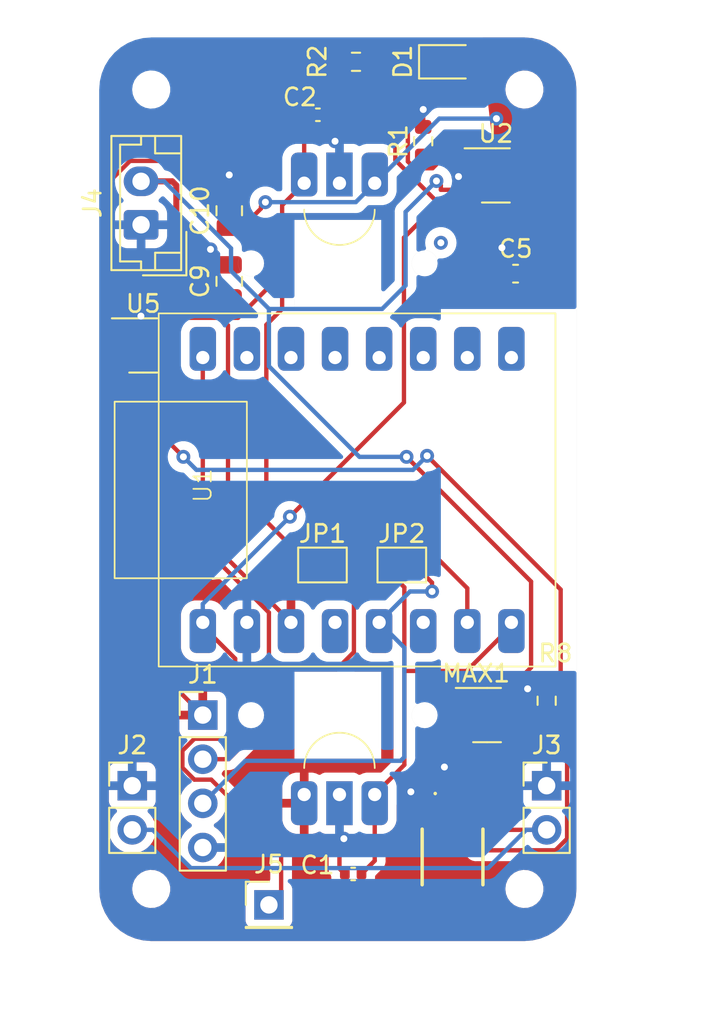
<source format=kicad_pcb>
(kicad_pcb (version 20221018) (generator pcbnew)
  (layers (0 "F.Cu" signal) (31 "B.Cu" signal) (34 "B.Paste" user) (35 "F.Paste" user) (36 "B.SilkS" user "B.Silkscreen") (37 "F.SilkS" user "F.Silkscreen") (38 "B.Mask" user) (39 "F.Mask" user) (44 "Edge.Cuts" user))
  (net 0 "")
  (net 1 "+3V3")
  (net 2 "hall_1")
  (net 3 "hall_0")
  (net 5 "GND")
  (net 11 "+5V")
  (net 12 "ADC3")
  (net 13 "ADC2")
  (net 14 "SCL")
  (net 15 "SDA")
  (net 16 "Net-(D1-K)")
  (net 17 "+3V8")
  (net 18 "Net-(D1-A)")
  (net 19 "Net-(U2-PROG)")
  (net 20 "RMT-BTN")
  (net 21 "Net-(MAX1-CLEAR)")
  (net 23 "LDO_EN")
  (footprint "Connector_PinHeader_2.54mm:PinHeader_1x01_P2.54mm_Vertical" (layer "F.Cu") (at 218.694 141.478)
    (fp_text reference "J5")
    (fp_text value "Conn_01x01_Pin" hide)
  )
  (footprint "Resistor_SMD:R_0603_1608Metric" (layer "F.Cu") (at 223.711 92.964)
    (fp_text reference "R2")
    (fp_text value "150")
  )
  (footprint "OpenMuscleDevKit:Hall49E" (layer "F.Cu") (at 222.758 99.949 180)
    (fp_text reference "H1" hide)
    (fp_text value "A1369xUA-10" hide)
  )
  (footprint "Package_TO_SOT_SMD:SOT-23-5" (layer "F.Cu") (at 211.4495 109.286)
    (fp_text reference "U5")
    (fp_text value "TPS7A03")
  )
  (footprint "Jumper:SolderJumper-2_P1.3mm_Open_TrianglePad1.0x1.5mm" (layer "F.Cu") (at 221.779 121.92)
    (fp_text reference "JP1")
    (fp_text value "SolderJumper_2_Open" hide)
  )
  (footprint "Package_TO_SOT_SMD:TSOT-23-5" (layer "F.Cu") (at 231.7695 99.502)
    (fp_text reference "U2")
    (fp_text value "LTC4054ES5-4.2")
  )
  (footprint "Connector_PinHeader_2.54mm:PinHeader_1x02_P2.54mm_Vertical" (layer "F.Cu") (at 234.696 134.62)
    (fp_text reference "J3")
    (fp_text value "Conn_01x02_Pin" hide)
  )
  (footprint "Capacitor_SMD:C_0402_1005Metric" (layer "F.Cu") (at 223.548 139.7)
    (fp_text reference "C1")
    (fp_text value "100 nF")
  )
  (footprint "OpenMuscleDevKit:Hall49E" (layer "F.Cu") (at 222.758 135.128)
    (fp_text reference "H0" hide)
    (fp_text value "A1369xUA-10" hide)
  )
  (footprint "Capacitor_SMD:C_0402_1005Metric" (layer "F.Cu") (at 221.516 96.012 180)
    (fp_text reference "C2")
    (fp_text value "100 nF")
  )
  (footprint "Jumper:SolderJumper-2_P1.3mm_Open_TrianglePad1.0x1.5mm" (layer "F.Cu") (at 226.351 121.92)
    (fp_text reference "JP2")
    (fp_text value "SolderJumper_2_Open" hide)
  )
  (footprint "Capacitor_SMD:C_0805_2012Metric" (layer "F.Cu") (at 216.408 105.598 90)
    (fp_text reference "C9")
    (fp_text value "4.7uF")
  )
  (footprint "Connector_PinHeader_2.54mm:PinHeader_1x04_P2.54mm_Vertical" (layer "F.Cu") (at 214.884 130.556)
    (fp_text reference "J1")
    (fp_text value "Conn_01x04_Pin" hide)
  )
  (footprint "LED_SMD:LED_0805_2012Metric" (layer "F.Cu") (at 229.0295 92.964)
    (fp_text reference "D1")
    (fp_text value "LED GREEN" hide)
  )
  (footprint "Resistor_SMD:R_0603_1608Metric" (layer "F.Cu") (at 227.584 97.536 90)
    (fp_text reference "R1")
    (fp_text value "2.7k")
  )
  (footprint "OpenMuscleDevKit:ESP32-C3-Super Mini" (layer "F.Cu") (at 214.884 117.602 90)
    (fp_text reference "U1")
    (fp_text value "~" hide)
  )
  (footprint "Resistor_SMD:R_0603_1608Metric" (layer "F.Cu") (at 234.696 129.731 90)
    (fp_text reference "R8")
    (fp_text value "1K")
  )
  (footprint "Connector_JST:JST_EH_B2B-EH-A_1x02_P2.50mm_Vertical" (layer "F.Cu") (at 211.328 102.342 90)
    (fp_text reference "J4")
    (fp_text value "JST_02" hide)
  )
  (footprint "OpenMuscleDevKit:EVQP2P02M" (layer "F.Cu") (at 229.274 138.719)
    (fp_text reference "SW2" hide)
    (fp_text value "SW_Push" hide)
  )
  (footprint "Connector_PinHeader_2.54mm:PinHeader_1x02_P2.54mm_Vertical" (layer "F.Cu") (at 210.82 134.62)
    (fp_text reference "J2")
    (fp_text value "Conn_01x02_Pin" hide)
  )
  (footprint "Capacitor_SMD:C_0603_1608Metric" (layer "F.Cu") (at 232.905 105.156)
    (fp_text reference "C5")
    (fp_text value "2.2 uF")
  )
  (footprint "Package_TO_SOT_SMD:SOT-23-6" (layer "F.Cu") (at 231.2615 130.556)
    (fp_text reference "MAX1")
    (fp_text value "~")
  )
  (footprint "Capacitor_SMD:C_0805_2012Metric" (layer "F.Cu") (at 216.408 101.534 90)
    (fp_text reference "C10")
    (fp_text value "4.7uF")
  )
  (gr_line (start 220.165 106.177) (end 220.165 107.061) (stroke (width 0.003779)) (layer "Edge.Cuts"))
  (gr_line (start 214.895 91.561002) (end 218.991 91.561002) (stroke (width 0.003779)) (layer "Edge.Cuts"))
  (gr_line (start 227.29 103.911001) (end 227.183002 103.993839) (stroke (width 0.003779)) (layer "Edge.Cuts"))
  (gr_line (start 210.849999 94.835002) (end 210.950999 95.091002) (stroke (width 0.003779)) (layer "Edge.Cuts"))
  (gr_line (start 227.014998 104.936001) (end 227.135001 105.091002) (stroke (width 0.003779)) (layer "Edge.Cuts"))
  (gr_line (start 218.04 105.211001) (end 218.195001 105.091002) (stroke (width 0.003779)) (layer "Edge.Cuts"))
  (gr_line (start 210.950999 141.090997) (end 211.113 141.313997) (stroke (width 0.003779)) (layer "Edge.Cuts"))
  (gr_line (start 232.350001 94.287002) (end 232.315002 94.561002) (stroke (width 0.003779)) (layer "Edge.Cuts"))
  (gr_line (start 210.950999 94.031001) (end 210.849999 94.287002) (stroke (width 0.003779)) (layer "Edge.Cuts"))
  (gr_line (start 220.165 133.060998) (end 225.165 133.060998) (stroke (width 0.003779)) (layer "Edge.Cuts"))
  (gr_line (start 217.29 131.211) (end 217.471 131.284997) (stroke (width 0.003779)) (layer "Edge.Cuts"))
  (gr_line (start 217.665 103.811001) (end 217.471 103.837) (stroke (width 0.003779)) (layer "Edge.Cuts"))
  (gr_line (start 209.062 93.634002) (end 209.242 93.199002) (stroke (width 0.003779)) (layer "Edge.Cuts"))
  (gr_line (start 236.415 106.177) (end 236.415 122.561) (stroke (width 0.003779)) (layer "Edge.Cuts"))
  (gr_line (start 218.315 104.186001) (end 218.270871 104.129002) (stroke (width 0.003779)) (layer "Edge.Cuts"))
  (gr_line (start 216.943 104.362108) (end 216.940999 104.367001) (stroke (width 0.003779)) (layer "Edge.Cuts"))
  (gr_line (start 211.446 143.523996) (end 210.988 143.413999) (stroke (width 0.003779)) (layer "Edge.Cuts"))
  (gr_line (start 212.120999 93.480002) (end 211.846 93.463002) (stroke (width 0.003779)) (layer "Edge.Cuts"))
  (gr_line (start 234.116 141.408998) (end 234.304999 141.207998) (stroke (width 0.003779)) (layer "Edge.Cuts"))
  (gr_line (start 218.991 91.561002) (end 227.183002 91.561002) (stroke (width 0.003779)) (layer "Edge.Cuts"))
  (gr_line (start 217.29 129.910997) (end 217.134999 130.030999) (stroke (width 0.003779)) (layer "Edge.Cuts"))
  (gr_line (start 232.450999 95.091002) (end 232.613002 95.314002) (stroke (width 0.003779)) (layer "Edge.Cuts"))
  (gr_line (start 236.415 122.561) (end 236.415 130.753) (stroke (width 0.003779)) (layer "Edge.Cuts"))
  (gr_line (start 234.304999 139.913999) (end 234.116 139.712999) (stroke (width 0.003779)) (layer "Edge.Cuts"))
  (gr_line (start 236.415 132.483678) (end 236.415 134.941659) (stroke (width 0.003779)) (layer "Edge.Cuts"))
  (gr_line (start 233.346 95.659001) (end 233.621001 95.642001) (stroke (width 0.003779)) (layer "Edge.Cuts"))
  (gr_line (start 235.841998 142.323999) (end 235.535998 142.682) (stroke (width 0.003779)) (layer "Edge.Cuts"))
  (gr_line (start 233.882999 93.566001) (end 233.621001 93.480002) (stroke (width 0.003779)) (layer "Edge.Cuts"))
  (gr_line (start 210.152 142.988) (end 209.794 142.682) (stroke (width 0.003779)) (layer "Edge.Cuts"))
  (gr_line (start 211.846 95.659001) (end 212.120999 95.642001) (stroke (width 0.003779)) (layer "Edge.Cuts"))
  (gr_line (start 217.471 129.836999) (end 217.29 129.910997) (stroke (width 0.003779)) (layer "Edge.Cuts"))
  (gr_line (start 232.825999 95.490002) (end 233.075 95.607001) (stroke (width 0.003779)) (layer "Edge.Cuts"))
  (gr_line (start 218.389001 104.367001) (end 218.315 104.186001) (stroke (width 0.003779)) (layer "Edge.Cuts"))
  (gr_line (start 228.194999 130.030999) (end 228.04 129.910997) (stroke (width 0.003779)) (layer "Edge.Cuts"))
  (gr_line (start 228.04 105.211001) (end 228.194999 105.091002) (stroke (width 0.003779)) (layer "Edge.Cuts"))
  (gr_line (start 216.940732 130.753) (end 216.940999 130.754998) (stroke (width 0.003779)) (layer "Edge.Cuts"))
  (gr_line (start 218.315 130.185998) (end 218.195001 130.030999) (stroke (width 0.003779)) (layer "Edge.Cuts"))
  (gr_line (start 234.281493 93.889001) (end 234.116 93.713002) (stroke (width 0.003779)) (layer "Edge.Cuts"))
  (gr_line (start 212.846999 93.990422) (end 212.804999 93.914002) (stroke (width 0.003779)) (layer "Edge.Cuts"))
  (gr_line (start 209.062 141.488) (end 208.952 141.03) (stroke (width 0.003779)) (layer "Edge.Cuts"))
  (gr_line (start 211.113 93.808002) (end 211.054156 93.889001) (stroke (width 0.003779)) (layer "Edge.Cuts"))
  (gr_line (start 234.116 93.713002) (end 233.882999 93.566001) (stroke (width 0.003779)) (layer "Edge.Cuts"))
  (gr_line (start 218.389268 130.753) (end 218.415 130.560998) (stroke (width 0.003779)) (layer "Edge.Cuts"))
  (gr_line (start 235.178 92.134002) (end 235.374999 92.302388) (stroke (width 0.003779)) (layer "Edge.Cuts"))
  (gr_line (start 210.849999 140.286996) (end 210.815 140.560998) (stroke (width 0.003779)) (layer "Edge.Cuts"))
  (gr_line (start 235.374999 92.302388) (end 235.535998 92.440002) (stroke (width 0.003779)) (layer "Edge.Cuts"))
  (gr_line (start 236.415 140.560998) (end 236.378001 141.03) (stroke (width 0.003779)) (layer "Edge.Cuts"))
  (gr_line (start 232.825999 139.631997) (end 232.613002 139.808) (stroke (width 0.003779)) (layer "Edge.Cuts"))
  (gr_line (start 210.802772 91.784648) (end 210.988 91.708001) (stroke (width 0.003779)) (layer "Edge.Cuts"))
  (gr_line (start 233.075 93.515002) (end 232.825999 93.632001) (stroke (width 0.003779)) (layer "Edge.Cuts"))
  (gr_line (start 227.183002 105.128163) (end 227.29 105.211001) (stroke (width 0.003779)) (layer "Edge.Cuts"))
  (gr_line (start 218.315 130.935998) (end 218.389001 130.754998) (stroke (width 0.003779)) (layer "Edge.Cuts"))
  (gr_line (start 212.804999 95.208001) (end 212.846999 95.131581) (stroke (width 0.003779)) (layer "Edge.Cuts"))
  (gr_line (start 233.075 95.607001) (end 233.326999 95.655356) (stroke (width 0.003779)) (layer "Edge.Cuts"))
  (gr_line (start 233.882999 139.565995) (end 233.621001 139.479997) (stroke (width 0.003779)) (layer "Edge.Cuts"))
  (gr_line (start 210.799001 91.786208) (end 210.802772 91.784648) (stroke (width 0.003779)) (layer "Edge.Cuts"))
  (gr_line (start 209.794 142.682) (end 209.488 142.323999) (stroke (width 0.003779)) (layer "Edge.Cuts"))
  (gr_line (start 228.04 131.211) (end 228.194999 131.090997) (stroke (width 0.003779)) (layer "Edge.Cuts"))
  (gr_line (start 209.488 142.323999) (end 209.242 141.922998) (stroke (width 0.003779)) (layer "Edge.Cuts"))
  (gr_line (start 216.915 130.560998) (end 216.940732 130.753) (stroke (width 0.003779)) (layer "Edge.Cuts"))
  (gr_line (start 212.383 95.556002) (end 212.616 95.409001) (stroke (width 0.003779)) (layer "Edge.Cuts"))
  (gr_line (start 210.849999 140.835) (end 210.912335 140.992997) (stroke (width 0.003779)) (layer "Edge.Cuts"))
  (gr_line (start 234.116 139.712999) (end 233.882999 139.565995) (stroke (width 0.003779)) (layer "Edge.Cuts"))
  (gr_line (start 233.346 141.658998) (end 233.621001 141.641999) (stroke (width 0.003779)) (layer "Edge.Cuts"))
  (gr_line (start 234.437999 140.155999) (end 234.304999 139.913999) (stroke (width 0.003779)) (layer "Edge.Cuts"))
  (gr_line (start 210.815 140.560998) (end 210.849999 140.835) (stroke (width 0.003779)) (layer "Edge.Cuts"))
  (gr_line (start 226.941001 104.367001) (end 226.915 104.561001) (stroke (width 0.003779)) (layer "Edge.Cuts"))
  (gr_line (start 227.014998 130.935998) (end 227.135001 131.090997) (stroke (width 0.003779)) (layer "Edge.Cuts"))
  (gr_line (start 212.616 95.409001) (end 212.804999 95.208001) (stroke (width 0.003779)) (layer "Edge.Cuts"))
  (gr_line (start 225.165 133.060998) (end 225.165 130.753) (stroke (width 0.003779)) (layer "Edge.Cuts"))
  (gr_line (start 233.621001 139.479997) (end 233.346 139.462999) (stroke (width 0.003779)) (layer "Edge.Cuts"))
  (gr_line (start 227.135001 130.030999) (end 227.014998 130.185998) (stroke (width 0.003779)) (layer "Edge.Cuts"))
  (gr_line (start 212.120999 141.641999) (end 212.383 141.556001) (stroke (width 0.003779)) (layer "Edge.Cuts"))
  (gr_line (start 212.846999 139.990419) (end 212.804999 139.913999) (stroke (width 0.003779)) (layer "Edge.Cuts"))
  (gr_line (start 227.183002 91.561002) (end 231.278998 91.561002) (stroke (width 0.003779)) (layer "Edge.Cuts"))
  (gr_line (start 212.781493 93.889001) (end 212.616 93.713002) (stroke (width 0.003779)) (layer "Edge.Cuts"))
  (gr_line (start 212.383 141.556001) (end 212.616 141.408998) (stroke (width 0.003779)) (layer "Edge.Cuts"))
  (gr_line (start 208.915 107.061) (end 208.915 106.177) (stroke (width 0.003779)) (layer "Edge.Cuts"))
  (gr_line (start 235.535998 92.440002) (end 235.841998 92.798001) (stroke (width 0.003779)) (layer "Edge.Cuts"))
  (gr_line (start 211.446 91.598003) (end 211.915 91.561002) (stroke (width 0.003779)) (layer "Edge.Cuts"))
  (gr_line (start 218.270871 104.129002) (end 218.195001 104.031) (stroke (width 0.003779)) (layer "Edge.Cuts"))
  (gr_line (start 232.825999 141.489999) (end 233.075 141.606996) (stroke (width 0.003779)) (layer "Edge.Cuts"))
  (gr_line (start 211.575 93.515002) (end 211.325999 93.632001) (stroke (width 0.003779)) (layer "Edge.Cuts"))
  (gr_line (start 228.04 103.911001) (end 227.859 103.837) (stroke (width 0.003779)) (layer "Edge.Cuts"))
  (gr_line (start 218.991 143.560998) (end 214.895 143.560998) (stroke (width 0.003779)) (layer "Edge.Cuts"))
  (gr_line (start 226.941001 104.755001) (end 227.014998 104.936001) (stroke (width 0.003779)) (layer "Edge.Cuts"))
  (gr_line (start 236.415 130.753) (end 236.415 132.483678) (stroke (width 0.003779)) (layer "Edge.Cuts"))
  (gr_line (start 211.575 139.515001) (end 211.325999 139.631997) (stroke (width 0.003779)) (layer "Edge.Cuts"))
  (gr_line (start 225.165 106.177) (end 225.165 102.061001) (stroke (width 0.003779)) (layer "Edge.Cuts"))
  (gr_line (start 212.616 93.713002) (end 212.383 93.566001) (stroke (width 0.003779)) (layer "Edge.Cuts"))
  (gr_line (start 217.29 103.911001) (end 217.134999 104.031) (stroke (width 0.003779)) (layer "Edge.Cuts"))
  (gr_line (start 235.178 142.988) (end 235.091605 143.040998) (stroke (width 0.003779)) (layer "Edge.Cuts"))
  (gr_line (start 218.415 130.560998) (end 218.389001 130.366998) (stroke (width 0.003779)) (layer "Edge.Cuts"))
  (gr_line (start 210.553 143.233999) (end 210.152 142.988) (stroke (width 0.003779)) (layer "Edge.Cuts"))
  (gr_line (start 236.268001 141.488) (end 236.088 141.922998) (stroke (width 0.003779)) (layer "Edge.Cuts"))
  (gr_line (start 226.915 104.561001) (end 226.941001 104.755001) (stroke (width 0.003779)) (layer "Edge.Cuts"))
  (gr_line (start 233.075 141.606996) (end 233.346 141.658998) (stroke (width 0.003779)) (layer "Edge.Cuts"))
  (gr_line (start 236.415 134.941659) (end 236.415 138.275514) (stroke (width 0.003779)) (layer "Edge.Cuts"))
  (gr_line (start 232.450999 94.031001) (end 232.350001 94.287002) (stroke (width 0.003779)) (layer "Edge.Cuts"))
  (gr_line (start 226.915 130.560998) (end 226.94073 130.753) (stroke (width 0.003779)) (layer "Edge.Cuts"))
  (gr_line (start 212.383 93.566001) (end 212.120999 93.480002) (stroke (width 0.003779)) (layer "Edge.Cuts"))
  (gr_line (start 220.165 102.061001) (end 220.165 106.177) (stroke (width 0.003779)) (layer "Edge.Cuts"))
  (gr_line (start 212.938001 94.156001) (end 212.846999 93.990422) (stroke (width 0.003779)) (layer "Edge.Cuts"))
  (gr_line (start 218.389001 130.754998) (end 218.389268 130.753) (stroke (width 0.003779)) (layer "Edge.Cuts"))
  (gr_line (start 218.315 104.936001) (end 218.389001 104.755001) (stroke (width 0.003779)) (layer "Edge.Cuts"))
  (gr_line (start 236.088 93.199002) (end 236.268001 93.634002) (stroke (width 0.003779)) (layer "Edge.Cuts"))
  (gr_line (start 234.506 94.699002) (end 234.506 94.423001) (stroke (width 0.003779)) (layer "Edge.Cuts"))
  (gr_line (start 227.471 129.836999) (end 227.29 129.910997) (stroke (width 0.003779)) (layer "Edge.Cuts"))
  (gr_line (start 232.450999 140.030999) (end 232.350001 140.286996) (stroke (width 0.003779)) (layer "Edge.Cuts"))
  (gr_line (start 234.506 94.423001) (end 234.437999 94.156001) (stroke (width 0.003779)) (layer "Edge.Cuts"))
  (gr_line (start 208.915 106.177) (end 208.915 94.561002) (stroke (width 0.003779)) (layer "Edge.Cuts"))
  (gr_line (start 227.859 105.285002) (end 228.04 105.211001) (stroke (width 0.003779)) (layer "Edge.Cuts"))
  (gr_line (start 220.165 130.753) (end 220.165 133.060998) (stroke (width 0.003779)) (layer "Edge.Cuts"))
  (gr_line (start 234.506 140.422998) (end 234.437999 140.155999) (stroke (width 0.003779)) (layer "Edge.Cuts"))
  (gr_line (start 213.006 94.423001) (end 212.938001 94.156001) (stroke (width 0.003779)) (layer "Edge.Cuts"))
  (gr_line (start 211.846 141.658998) (end 212.120999 141.641999) (stroke (width 0.003779)) (layer "Edge.Cuts"))
  (gr_line (start 234.777 143.233999) (end 234.341998 143.413999) (stroke (width 0.003779)) (layer "Edge.Cuts"))
  (gr_line (start 212.804999 93.914002) (end 212.781493 93.889001) (stroke (width 0.003779)) (layer "Edge.Cuts"))
  (gr_line (start 220.165 107.061) (end 225.165 107.061) (stroke (width 0.003779)) (layer "Edge.Cuts"))
  (gr_line (start 228.315002 130.935998) (end 228.388999 130.754998) (stroke (width 0.003779)) (layer "Edge.Cuts"))
  (gr_line (start 236.415 97.985001) (end 236.415 106.177) (stroke (width 0.003779)) (layer "Edge.Cuts"))
  (gr_line (start 235.374999 142.819612) (end 235.178 142.988) (stroke (width 0.003779)) (layer "Edge.Cuts"))
  (gr_line (start 227.014998 104.186001) (end 226.941001 104.367001) (stroke (width 0.003779)) (layer "Edge.Cuts"))
  (gr_line (start 211.915 143.560998) (end 211.446 143.523996) (stroke (width 0.003779)) (layer "Edge.Cuts"))
  (gr_line (start 234.341998 143.413999) (end 233.884002 143.523996) (stroke (width 0.003779)) (layer "Edge.Cuts"))
  (gr_line (start 233.346 139.462999) (end 233.326999 139.466645) (stroke (width 0.003779)) (layer "Edge.Cuts"))
  (gr_line (start 232.350001 94.835002) (end 232.450999 95.091002) (stroke (width 0.003779)) (layer "Edge.Cuts"))
  (gr_line (start 209.488 92.798001) (end 209.794 92.440002) (stroke (width 0.003779)) (layer "Edge.Cuts"))
  (gr_line (start 208.915 122.561) (end 208.915 107.061) (stroke (width 0.003779)) (layer "Edge.Cuts"))
  (gr_line (start 227.471 131.284997) (end 227.665 131.310998) (stroke (width 0.003779)) (layer "Edge.Cuts"))
  (gr_line (start 211.575 141.606996) (end 211.846 141.658998) (stroke (width 0.003779)) (layer "Edge.Cuts"))
  (gr_line (start 227.471 103.837) (end 227.29 103.911001) (stroke (width 0.003779)) (layer "Edge.Cuts"))
  (gr_line (start 218.195001 131.090997) (end 218.315 130.935998) (stroke (width 0.003779)) (layer "Edge.Cuts"))
  (gr_line (start 218.389001 130.366998) (end 218.315 130.185998) (stroke (width 0.003779)) (layer "Edge.Cuts"))
  (gr_line (start 227.135001 131.090997) (end 227.183002 131.12816) (stroke (width 0.003779)) (layer "Edge.Cuts"))
  (gr_line (start 228.194999 105.091002) (end 228.315002 104.936001) (stroke (width 0.003779)) (layer "Edge.Cuts"))
  (gr_line (start 236.378001 94.092002) (end 236.415 94.561002) (stroke (width 0.003779)) (layer "Edge.Cuts"))
  (gr_line (start 228.388999 130.366998) (end 228.315002 130.185998) (stroke (width 0.003779)) (layer "Edge.Cuts"))
  (gr_line (start 226.941001 130.366998) (end 226.915 130.560998) (stroke (width 0.003779)) (layer "Edge.Cuts"))
  (gr_line (start 212.804999 141.207998) (end 212.923162 140.992997) (stroke (width 0.003779)) (layer "Edge.Cuts"))
  (gr_line (start 232.613002 93.808002) (end 232.554156 93.889001) (stroke (width 0.003779)) (layer "Edge.Cuts"))
  (gr_line (start 236.088 141.922998) (end 235.841998 142.323999) (stroke (width 0.003779)) (layer "Edge.Cuts"))
  (gr_line (start 210.553 91.888002) (end 210.799001 91.786208) (stroke (width 0.003779)) (layer "Edge.Cuts"))
  (gr_line (start 209.242 93.199002) (end 209.488 92.798001) (stroke (width 0.003779)) (layer "Edge.Cuts"))
  (gr_line (start 216.915 104.561001) (end 216.940999 104.755001) (stroke (width 0.003779)) (layer "Edge.Cuts"))
  (gr_line (start 211.325999 93.632001) (end 211.113 93.808002) (stroke (width 0.003779)) (layer "Edge.Cuts"))
  (gr_line (start 227.859 103.837) (end 227.665 103.811001) (stroke (width 0.003779)) (layer "Edge.Cuts"))
  (gr_line (start 210.815 94.561002) (end 210.849999 94.835002) (stroke (width 0.003779)) (layer "Edge.Cuts"))
  (gr_line (start 211.846 93.463002) (end 211.575 93.515002) (stroke (width 0.003779)) (layer "Edge.Cuts"))
  (gr_line (start 217.134999 104.031) (end 217.059129 104.129002) (stroke (width 0.003779)) (layer "Edge.Cuts"))
  (gr_line (start 236.378001 141.03) (end 236.268001 141.488) (stroke (width 0.003779)) (layer "Edge.Cuts"))
  (gr_line (start 234.437999 94.966002) (end 234.506 94.699002) (stroke (width 0.003779)) (layer "Edge.Cuts"))
  (gr_line (start 234.116 95.409001) (end 234.304999 95.208001) (stroke (width 0.003779)) (layer "Edge.Cuts"))
  (gr_line (start 213.006 140.422998) (end 212.938001 140.155999) (stroke (width 0.003779)) (layer "Edge.Cuts"))
  (gr_line (start 228.315002 104.186001) (end 228.270869 104.129002) (stroke (width 0.003779)) (layer "Edge.Cuts"))
  (gr_line (start 227.183002 143.560998) (end 218.991 143.560998) (stroke (width 0.003779)) (layer "Edge.Cuts"))
  (gr_line (start 212.120999 95.642001) (end 212.383 95.556002) (stroke (width 0.003779)) (layer "Edge.Cuts"))
  (gr_line (start 216.940999 104.367001) (end 216.915 104.561001) (stroke (width 0.003779)) (layer "Edge.Cuts"))
  (gr_line (start 210.988 143.413999) (end 210.799001 143.335794) (stroke (width 0.003779)) (layer "Edge.Cuts"))
  (gr_line (start 210.912335 140.992997) (end 210.950999 141.090997) (stroke (width 0.003779)) (layer "Edge.Cuts"))
  (gr_line (start 213.006 94.699002) (end 213.006 94.423001) (stroke (width 0.003779)) (layer "Edge.Cuts"))
  (gr_line (start 235.091605 143.040998) (end 234.777 143.233999) (stroke (width 0.003779)) (layer "Edge.Cuts"))
  (gr_line (start 227.29 129.910997) (end 227.183002 129.993837) (stroke (width 0.003779)) (layer "Edge.Cuts"))
  (gr_line (start 210.849999 94.287002) (end 210.815 94.561002) (stroke (width 0.003779)) (layer "Edge.Cuts"))
  (gr_line (start 212.616 141.408998) (end 212.804999 141.207998) (stroke (width 0.003779)) (layer "Edge.Cuts"))
  (gr_line (start 217.134999 105.091002) (end 217.29 105.211001) (stroke (width 0.003779)) (layer "Edge.Cuts"))
  (gr_line (start 232.613002 139.808) (end 232.450999 140.030999) (stroke (width 0.003779)) (layer "Edge.Cuts"))
  (gr_line (start 233.621001 141.641999) (end 233.882999 141.556001) (stroke (width 0.003779)) (layer "Edge.Cuts"))
  (gr_line (start 234.341998 91.708001) (end 234.777 91.888002) (stroke (width 0.003779)) (layer "Edge.Cuts"))
  (gr_line (start 209.794 92.440002) (end 210.152 92.134002) (stroke (width 0.003779)) (layer "Edge.Cuts"))
  (gr_line (start 236.415 94.561002) (end 236.415 97.985001) (stroke (width 0.003779)) (layer "Edge.Cuts"))
  (gr_line (start 228.270869 104.129002) (end 228.194999 104.031) (stroke (width 0.003779)) (layer "Edge.Cuts"))
  (gr_line (start 217.015 104.936001) (end 217.134999 105.091002) (stroke (width 0.003779)) (layer "Edge.Cuts"))
  (gr_line (start 210.988 91.708001) (end 211.446 91.598003) (stroke (width 0.003779)) (layer "Edge.Cuts"))
  (gr_line (start 211.113 95.314002) (end 211.325999 95.490002) (stroke (width 0.003779)) (layer "Edge.Cuts"))
  (gr_line (start 227.29 131.211) (end 227.471 131.284997) (stroke (width 0.003779)) (layer "Edge.Cuts"))
  (gr_line (start 217.471 103.837) (end 217.29 103.911001) (stroke (width 0.003779)) (layer "Edge.Cuts"))
  (gr_line (start 236.268001 93.634002) (end 236.378001 94.092002) (stroke (width 0.003779)) (layer "Edge.Cuts"))
  (gr_line (start 212.616 139.712999) (end 212.383 139.565995) (stroke (width 0.003779)) (layer "Edge.Cuts"))
  (gr_line (start 225.165 102.061001) (end 220.165 102.061001) (stroke (width 0.003779)) (layer "Edge.Cuts"))
  (gr_line (start 228.415 130.560998) (end 228.388999 130.366998) (stroke (width 0.003779)) (layer "Edge.Cuts"))
  (gr_line (start 234.42316 140.992997) (end 234.437999 140.965997) (stroke (width 0.003779)) (layer "Edge.Cuts"))
  (gr_line (start 227.135001 104.031) (end 227.014998 104.186001) (stroke (width 0.003779)) (layer "Edge.Cuts"))
  (gr_line (start 227.183002 131.12816) (end 227.29 131.211) (stroke (width 0.003779)) (layer "Edge.Cuts"))
  (gr_line (start 234.304999 141.207998) (end 234.42316 140.992997) (stroke (width 0.003779)) (layer "Edge.Cuts"))
  (gr_line (start 227.014998 130.185998) (end 226.941001 130.366998) (stroke (width 0.003779)) (layer "Edge.Cuts"))
  (gr_line (start 233.882999 141.556001) (end 234.116 141.408998) (stroke (width 0.003779)) (layer "Edge.Cuts"))
  (gr_line (start 232.825999 93.632001) (end 232.613002 93.808002) (stroke (width 0.003779)) (layer "Edge.Cuts"))
  (gr_line (start 212.938001 140.965997) (end 213.006 140.698999) (stroke (width 0.003779)) (layer "Edge.Cuts"))
  (gr_line (start 217.859 131.284997) (end 218.04 131.211) (stroke (width 0.003779)) (layer "Edge.Cuts"))
  (gr_line (start 234.437999 140.965997) (end 234.506 140.698999) (stroke (width 0.003779)) (layer "Edge.Cuts"))
  (gr_line (start 234.506 140.698999) (end 234.506 140.422998) (stroke (width 0.003779)) (layer "Edge.Cuts"))
  (gr_line (start 232.613002 141.313997) (end 232.825999 141.489999) (stroke (width 0.003779)) (layer "Edge.Cuts"))
  (gr_line (start 211.325999 141.489999) (end 211.575 141.606996) (stroke (width 0.003779)) (layer "Edge.Cuts"))
  (gr_line (start 218.389001 104.755001) (end 218.415 104.561001) (stroke (width 0.003779)) (layer "Edge.Cuts"))
  (gr_line (start 218.415 104.561001) (end 218.389001 104.367001) (stroke (width 0.003779)) (layer "Edge.Cuts"))
  (gr_line (start 232.350001 140.835) (end 232.412337 140.992997) (stroke (width 0.003779)) (layer "Edge.Cuts"))
  (gr_line (start 217.29 105.211001) (end 217.471 105.285002) (stroke (width 0.003779)) (layer "Edge.Cuts"))
  (gr_line (start 228.04 129.910997) (end 227.859 129.836999) (stroke (width 0.003779)) (layer "Edge.Cuts"))
  (gr_line (start 233.884002 91.598003) (end 234.341998 91.708001) (stroke (width 0.003779)) (layer "Edge.Cuts"))
  (gr_line (start 211.846 139.462999) (end 211.575 139.515001) (stroke (width 0.003779)) (layer "Edge.Cuts"))
  (gr_line (start 209.242 141.922998) (end 209.062 141.488) (stroke (width 0.003779)) (layer "Edge.Cuts"))
  (gr_line (start 228.315002 104.936001) (end 228.388999 104.755001) (stroke (width 0.003779)) (layer "Edge.Cuts"))
  (gr_line (start 208.952 141.03) (end 208.915 140.560998) (stroke (width 0.003779)) (layer "Edge.Cuts"))
  (gr_line (start 212.923162 140.992997) (end 212.938001 140.965997) (stroke (width 0.003779)) (layer "Edge.Cuts"))
  (gr_line (start 225.165 107.061) (end 225.165 106.177) (stroke (width 0.003779)) (layer "Edge.Cuts"))
  (gr_line (start 217.015 130.935998) (end 217.134999 131.090997) (stroke (width 0.003779)) (layer "Edge.Cuts"))
  (gr_line (start 210.950999 140.030999) (end 210.849999 140.286996) (stroke (width 0.003779)) (layer "Edge.Cuts"))
  (gr_line (start 228.415 104.561001) (end 228.388999 104.367001) (stroke (width 0.003779)) (layer "Edge.Cuts"))
  (gr_line (start 227.859 131.284997) (end 228.04 131.211) (stroke (width 0.003779)) (layer "Edge.Cuts"))
  (gr_line (start 236.415 138.945001) (end 236.415 140.560998) (stroke (width 0.003779)) (layer "Edge.Cuts"))
  (gr_line (start 227.29 105.211001) (end 227.471 105.285002) (stroke (width 0.003779)) (layer "Edge.Cuts"))
  (gr_line (start 210.799001 143.335794) (end 210.553 143.233999) (stroke (width 0.003779)) (layer "Edge.Cuts"))
  (gr_line (start 212.938001 140.155999) (end 212.846999 139.990419) (stroke (width 0.003779)) (layer "Edge.Cuts"))
  (gr_line (start 232.315002 140.560998) (end 232.350001 140.835) (stroke (width 0.003779)) (layer "Edge.Cuts"))
  (gr_line (start 216.943 104.759894) (end 217.015 104.936001) (stroke (width 0.003779)) (layer "Edge.Cuts"))
  (gr_line (start 217.859 103.837) (end 217.665 103.811001) (stroke (width 0.003779)) (layer "Edge.Cuts"))
  (gr_line (start 232.092479 91.561002) (end 233.415 91.561002) (stroke (width 0.003779)) (layer "Edge.Cuts"))
  (gr_line (start 211.113 141.313997) (end 211.325999 141.489999) (stroke (width 0.003779)) (layer "Edge.Cuts"))
  (gr_line (start 212.804999 139.913999) (end 212.616 139.712999) (stroke (width 0.003779)) (layer "Edge.Cuts"))
  (gr_line (start 233.415 143.560998) (end 231.278998 143.560998) (stroke (width 0.003779)) (layer "Edge.Cuts"))
  (gr_line (start 233.346 93.463002) (end 233.075 93.515002) (stroke (width 0.003779)) (layer "Edge.Cuts"))
  (gr_line (start 216.940999 130.366998) (end 216.915 130.560998) (stroke (width 0.003779)) (layer "Edge.Cuts"))
  (gr_line (start 233.075 139.515001) (end 232.825999 139.631997) (stroke (width 0.003779)) (layer "Edge.Cuts"))
  (gr_line (start 212.120999 139.479997) (end 211.846 139.462999) (stroke (width 0.003779)) (layer "Edge.Cuts"))
  (gr_line (start 218.04 103.911001) (end 217.859 103.837) (stroke (width 0.003779)) (layer "Edge.Cuts"))
  (gr_line (start 227.859 129.836999) (end 227.665 129.810998) (stroke (width 0.003779)) (layer "Edge.Cuts"))
  (gr_line (start 211.054156 93.889001) (end 210.950999 94.031001) (stroke (width 0.003779)) (layer "Edge.Cuts"))
  (gr_line (start 234.304999 93.914002) (end 234.281493 93.889001) (stroke (width 0.003779)) (layer "Edge.Cuts"))
  (gr_line (start 228.388999 104.367001) (end 228.315002 104.186001) (stroke (width 0.003779)) (layer "Edge.Cuts"))
  (gr_line (start 211.575 95.607001) (end 211.846 95.659001) (stroke (width 0.003779)) (layer "Edge.Cuts"))
  (gr_line (start 217.665 131.310998) (end 217.859 131.284997) (stroke (width 0.003779)) (layer "Edge.Cuts"))
  (gr_line (start 233.326999 139.466645) (end 233.075 139.515001) (stroke (width 0.003779)) (layer "Edge.Cuts"))
  (gr_line (start 228.388999 130.754998) (end 228.38927 130.753) (stroke (width 0.003779)) (layer "Edge.Cuts"))
  (gr_line (start 217.859 105.285002) (end 218.04 105.211001) (stroke (width 0.003779)) (layer "Edge.Cuts"))
  (gr_line (start 218.04 129.910997) (end 217.859 129.836999) (stroke (width 0.003779)) (layer "Edge.Cuts"))
  (gr_line (start 226.94073 130.753) (end 226.941001 130.754998) (stroke (width 0.003779)) (layer "Edge.Cuts"))
  (gr_line (start 208.915 138.945001) (end 208.915 122.561) (stroke (width 0.003779)) (layer "Edge.Cuts"))
  (gr_line (start 211.325999 139.631997) (end 211.113 139.808) (stroke (width 0.003779)) (layer "Edge.Cuts"))
  (gr_line (start 225.165 128.060998) (end 220.165 128.060998) (stroke (width 0.003779)) (layer "Edge.Cuts"))
  (gr_line (start 227.183002 129.993837) (end 227.135001 130.030999) (stroke (width 0.003779)) (layer "Edge.Cuts"))
  (gr_line (start 218.195001 105.091002) (end 218.315 104.936001) (stroke (width 0.003779)) (layer "Edge.Cuts"))
  (gr_line (start 232.412337 140.992997) (end 232.450999 141.090997) (stroke (width 0.003779)) (layer "Edge.Cuts"))
  (gr_line (start 232.315002 94.561002) (end 232.350001 94.835002) (stroke (width 0.003779)) (layer "Edge.Cuts"))
  (gr_line (start 234.437999 94.156001) (end 234.304999 93.914002) (stroke (width 0.003779)) (layer "Edge.Cuts"))
  (gr_line (start 217.471 105.285002) (end 217.665 105.311001) (stroke (width 0.003779)) (layer "Edge.Cuts"))
  (gr_line (start 210.950999 95.091002) (end 211.113 95.314002) (stroke (width 0.003779)) (layer "Edge.Cuts"))
  (gr_line (start 233.621001 95.642001) (end 233.882999 95.556002) (stroke (width 0.003779)) (layer "Edge.Cuts"))
  (gr_line (start 232.450999 141.090997) (end 232.613002 141.313997) (stroke (width 0.003779)) (layer "Edge.Cuts"))
  (gr_line (start 234.304999 95.208001) (end 234.437999 94.966002) (stroke (width 0.003779)) (layer "Edge.Cuts"))
  (gr_line (start 227.471 105.285002) (end 227.665 105.311001) (stroke (width 0.003779)) (layer "Edge.Cuts"))
  (gr_line (start 217.134999 131.090997) (end 217.29 131.211) (stroke (width 0.003779)) (layer "Edge.Cuts"))
  (gr_line (start 232.554156 93.889001) (end 232.450999 94.031001) (stroke (width 0.003779)) (layer "Edge.Cuts"))
  (gr_line (start 214.895 143.560998) (end 211.915 143.560998) (stroke (width 0.003779)) (layer "Edge.Cuts"))
  (gr_line (start 228.194999 104.031) (end 228.04 103.911001) (stroke (width 0.003779)) (layer "Edge.Cuts"))
  (gr_line (start 217.059129 104.129002) (end 217.015 104.186001) (stroke (width 0.003779)) (layer "Edge.Cuts"))
  (gr_line (start 218.195001 130.030999) (end 218.04 129.910997) (stroke (width 0.003779)) (layer "Edge.Cuts"))
  (gr_line (start 228.315002 130.185998) (end 228.194999 130.030999) (stroke (width 0.003779)) (layer "Edge.Cuts"))
  (gr_line (start 233.326999 95.655356) (end 233.346 95.659001) (stroke (width 0.003779)) (layer "Edge.Cuts"))
  (gr_line (start 216.940999 104.755001) (end 216.943 104.759894) (stroke (width 0.003779)) (layer "Edge.Cuts"))
  (gr_line (start 225.165 130.753) (end 225.165 128.060998) (stroke (width 0.003779)) (layer "Edge.Cuts"))
  (gr_line (start 211.113 139.808) (end 210.950999 140.030999) (stroke (width 0.003779)) (layer "Edge.Cuts"))
  (gr_line (start 227.665 105.311001) (end 227.859 105.285002) (stroke (width 0.003779)) (layer "Edge.Cuts"))
  (gr_line (start 220.165 128.060998) (end 220.165 130.753) (stroke (width 0.003779)) (layer "Edge.Cuts"))
  (gr_line (start 216.940999 130.754998) (end 217.015 130.935998) (stroke (width 0.003779)) (layer "Edge.Cuts"))
  (gr_line (start 228.388999 104.755001) (end 228.415 104.561001) (stroke (width 0.003779)) (layer "Edge.Cuts"))
  (gr_line (start 227.665 103.811001) (end 227.471 103.837) (stroke (width 0.003779)) (layer "Edge.Cuts"))
  (gr_line (start 232.613002 95.314002) (end 232.825999 95.490002) (stroke (width 0.003779)) (layer "Edge.Cuts"))
  (gr_line (start 236.415 138.275514) (end 236.415 138.945001) (stroke (width 0.003779)) (layer "Edge.Cuts"))
  (gr_line (start 208.952 94.092002) (end 209.062 93.634002) (stroke (width 0.003779)) (layer "Edge.Cuts"))
  (gr_line (start 227.665 131.310998) (end 227.859 131.284997) (stroke (width 0.003779)) (layer "Edge.Cuts"))
  (gr_line (start 233.415 91.561002) (end 233.884002 91.598003) (stroke (width 0.003779)) (layer "Edge.Cuts"))
  (gr_line (start 211.325999 95.490002) (end 211.575 95.607001) (stroke (width 0.003779)) (layer "Edge.Cuts"))
  (gr_line (start 208.915 94.561002) (end 208.952 94.092002) (stroke (width 0.003779)) (layer "Edge.Cuts"))
  (gr_line (start 213.006 140.698999) (end 213.006 140.422998) (stroke (width 0.003779)) (layer "Edge.Cuts"))
  (gr_line (start 227.183002 103.993839) (end 227.135001 104.031) (stroke (width 0.003779)) (layer "Edge.Cuts"))
  (gr_line (start 233.884002 143.523996) (end 233.415 143.560998) (stroke (width 0.003779)) (layer "Edge.Cuts"))
  (gr_line (start 212.383 139.565995) (end 212.120999 139.479997) (stroke (width 0.003779)) (layer "Edge.Cuts"))
  (gr_line (start 235.535998 142.682) (end 235.374999 142.819612) (stroke (width 0.003779)) (layer "Edge.Cuts"))
  (gr_line (start 227.135001 105.091002) (end 227.183002 105.128163) (stroke (width 0.003779)) (layer "Edge.Cuts"))
  (gr_line (start 227.665 129.810998) (end 227.471 129.836999) (stroke (width 0.003779)) (layer "Edge.Cuts"))
  (gr_line (start 234.777 91.888002) (end 235.178 92.134002) (stroke (width 0.003779)) (layer "Edge.Cuts"))
  (gr_line (start 233.882999 95.556002) (end 234.116 95.409001) (stroke (width 0.003779)) (layer "Edge.Cuts"))
  (gr_line (start 217.015 104.186001) (end 216.943 104.362108) (stroke (width 0.003779)) (layer "Edge.Cuts"))
  (gr_line (start 218.195001 104.031) (end 218.04 103.911001) (stroke (width 0.003779)) (layer "Edge.Cuts"))
  (gr_line (start 217.015 130.185998) (end 216.940999 130.366998) (stroke (width 0.003779)) (layer "Edge.Cuts"))
  (gr_line (start 211.915 91.561002) (end 214.895 91.561002) (stroke (width 0.003779)) (layer "Edge.Cuts"))
  (gr_line (start 212.938001 94.966002) (end 213.006 94.699002) (stroke (width 0.003779)) (layer "Edge.Cuts"))
  (gr_line (start 212.846999 95.131581) (end 212.938001 94.966002) (stroke (width 0.003779)) (layer "Edge.Cuts"))
  (gr_line (start 208.915 140.560998) (end 208.915 138.945001) (stroke (width 0.003779)) (layer "Edge.Cuts"))
  (gr_line (start 231.278998 143.560998) (end 227.183002 143.560998) (stroke (width 0.003779)) (layer "Edge.Cuts"))
  (gr_line (start 228.194999 131.090997) (end 228.315002 130.935998) (stroke (width 0.003779)) (layer "Edge.Cuts"))
  (gr_line (start 235.841998 92.798001) (end 236.088 93.199002) (stroke (width 0.003779)) (layer "Edge.Cuts"))
  (gr_line (start 231.278998 91.561002) (end 232.092479 91.561002) (stroke (width 0.003779)) (layer "Edge.Cuts"))
  (gr_line (start 217.471 131.284997) (end 217.665 131.310998) (stroke (width 0.003779)) (layer "Edge.Cuts"))
  (gr_line (start 218.04 131.211) (end 218.195001 131.090997) (stroke (width 0.003779)) (layer "Edge.Cuts"))
  (gr_line (start 217.134999 130.030999) (end 217.015 130.185998) (stroke (width 0.003779)) (layer "Edge.Cuts"))
  (gr_line (start 210.152 92.134002) (end 210.553 91.888002) (stroke (width 0.003779)) (layer "Edge.Cuts"))
  (gr_line (start 217.859 129.836999) (end 217.665 129.810998) (stroke (width 0.003779)) (layer "Edge.Cuts"))
  (gr_line (start 226.941001 130.754998) (end 227.014998 130.935998) (stroke (width 0.003779)) (layer "Edge.Cuts"))
  (gr_line (start 233.621001 93.480002) (end 233.346 93.463002) (stroke (width 0.003779)) (layer "Edge.Cuts"))
  (gr_line (start 217.665 105.311001) (end 217.859 105.285002) (stroke (width 0.003779)) (layer "Edge.Cuts"))
  (gr_line (start 228.38927 130.753) (end 228.415 130.560998) (stroke (width 0.003779)) (layer "Edge.Cuts"))
  (gr_line (start 217.665 129.810998) (end 217.471 129.836999) (stroke (width 0.003779)) (layer "Edge.Cuts"))
  (gr_line (start 232.350001 140.286996) (end 232.315002 140.560998) (stroke (width 0.003779)) (layer "Edge.Cuts"))
  (via (at 228.6 103.378) (size 0.8) (drill 0.4) (layers "F.Cu" "B.Cu") (net 0))
  (segment (start 216.996 102.6469) (end 218.2325 101.4104) (width 0.25) (layer "F.Cu") (net 1))
  (segment (start 218.2325 101.2967) (end 218.4898 101.0394) (width 0.25) (layer "F.Cu") (net 1))
  (segment (start 213.227 107.696) (end 212.587 108.336) (width 0.25) (layer "F.Cu") (net 1))
  (segment (start 209.3245 124.9965) (end 209.3245 100.033799) (width 0.25) (layer "F.Cu") (net 1))
  (segment (start 218.2325 101.4104) (end 218.2325 101.2967) (width 0.25) (layer "F.Cu") (net 1))
  (segment (start 214.884 130.556) (end 209.3245 124.9965) (width 0.25) (layer "F.Cu") (net 1))
  (segment (start 218.948 104.599) (end 218.948 105.664) (width 0.25) (layer "F.Cu") (net 1))
  (segment (start 219.964 125.222) (end 216.337 121.595) (width 0.25) (layer "F.Cu") (net 1))
  (segment (start 216.996 102.6469) (end 218.948 104.599) (width 0.25) (layer "F.Cu") (net 1))
  (segment (start 210.691299 98.667) (end 212.658106 98.667) (width 0.25) (layer "F.Cu") (net 1))
  (segment (start 215.9 107.696) (end 213.227 107.696) (width 0.25) (layer "F.Cu") (net 1))
  (segment (start 216.916 107.696) (end 215.9 107.696) (width 0.25) (layer "F.Cu") (net 1))
  (segment (start 218.4898 101.0394) (end 218.4898 101.041) (width 0.25) (layer "F.Cu") (net 1))
  (segment (start 216.833 102.484) (end 216.996 102.6469) (width 0.25) (layer "F.Cu") (net 1))
  (segment (start 212.658106 98.667) (end 216.408 102.416894) (width 0.25) (layer "F.Cu") (net 1))
  (segment (start 216.408 102.416894) (end 216.408 102.484) (width 0.25) (layer "F.Cu") (net 1))
  (segment (start 218.948 105.664) (end 216.916 107.696) (width 0.25) (layer "F.Cu") (net 1))
  (segment (start 216.337 121.595) (end 216.337 108.133) (width 0.25) (layer "F.Cu") (net 1))
  (segment (start 209.3245 100.033799) (end 210.691299 98.667) (width 0.25) (layer "F.Cu") (net 1))
  (segment (start 216.337 108.133) (end 215.9 107.696) (width 0.25) (layer "F.Cu") (net 1))
  (segment (start 216.408 102.484) (end 216.833 102.484) (width 0.25) (layer "F.Cu") (net 1))
  (via (at 218.4898 101.041) (size 0.8) (drill 0.4) (layers "F.Cu" "B.Cu") (net 1))
  (via (at 231.8013 96.2327) (size 0.8) (drill 0.4) (layers "F.Cu" "B.Cu") (net 1))
  (segment (start 223.698 101.041) (end 218.4898 101.041) (width 0.25) (layer "B.Cu") (net 1))
  (segment (start 224.79 99.949) (end 223.698 101.041) (width 0.25) (layer "B.Cu") (net 1))
  (segment (start 228.5063 96.2327) (end 224.79 99.949) (width 0.25) (layer "B.Cu") (net 1))
  (segment (start 231.8013 96.2327) (end 228.5063 96.2327) (width 0.25) (layer "B.Cu") (net 1))
  (segment (start 230.124 123.258) (end 227.711 120.845) (width 0.25) (layer "F.Cu") (net 2))
  (segment (start 221.719 120.845) (end 221.054 121.51) (width 0.25) (layer "F.Cu") (net 2))
  (segment (start 220.726 96.322) (end 220.726 99.949) (width 0.25) (layer "F.Cu") (net 2))
  (segment (start 220.726 99.949) (end 219.456 101.219) (width 0.25) (layer "F.Cu") (net 2))
  (segment (start 221.036 96.012) (end 220.726 96.322) (width 0.25) (layer "F.Cu") (net 2))
  (segment (start 227.711 120.845) (end 221.719 120.845) (width 0.25) (layer "F.Cu") (net 2))
  (segment (start 219.456 107.188) (end 218.545 108.099) (width 0.25) (layer "F.Cu") (net 2))
  (segment (start 218.545 108.099) (end 218.545 119.411) (width 0.25) (layer "F.Cu") (net 2))
  (segment (start 230.124 125.222) (end 230.124 123.258) (width 0.25) (layer "F.Cu") (net 2))
  (segment (start 219.456 101.219) (end 219.456 107.188) (width 0.25) (layer "F.Cu") (net 2))
  (segment (start 221.054 121.51) (end 221.054 121.92) (width 0.25) (layer "F.Cu") (net 2))
  (segment (start 218.545 119.411) (end 221.054 121.92) (width 0.25) (layer "F.Cu") (net 2))
  (segment (start 226.497 133.421) (end 226.497 128.016) (width 0.25) (layer "F.Cu") (net 3))
  (segment (start 226.497 128.016) (end 226.497 123.201) (width 0.25) (layer "F.Cu") (net 3))
  (segment (start 230.09 128.016) (end 226.497 128.016) (width 0.25) (layer "F.Cu") (net 3))
  (segment (start 224.79 135.128) (end 224.79 138.938) (width 0.25) (layer "F.Cu") (net 3))
  (segment (start 232.664 125.222) (end 232.664 125.442) (width 0.25) (layer "F.Cu") (net 3))
  (segment (start 232.664 125.442) (end 230.09 128.016) (width 0.25) (layer "F.Cu") (net 3))
  (segment (start 226.497 123.201) (end 225.626 122.33) (width 0.25) (layer "F.Cu") (net 3))
  (segment (start 224.79 138.938) (end 224.028 139.7) (width 0.25) (layer "F.Cu") (net 3))
  (segment (start 224.79 135.128) (end 226.497 133.421) (width 0.25) (layer "F.Cu") (net 3))
  (segment (start 225.626 122.33) (end 225.626 121.92) (width 0.25) (layer "F.Cu") (net 3))
  (segment (start 230.566 99.568) (end 230.632 99.502) (width 0.25) (layer "F.Cu") (net 5))
  (segment (start 211.3193 108.6854) (end 210.7187 109.286) (width 0.25) (layer "F.Cu") (net 5))
  (segment (start 227.5971 135.6967) (end 227.5971 136.144) (width 0.25) (layer "F.Cu") (net 5))
  (segment (start 216.2196 104.648) (end 216.408 104.648) (width 0.25) (layer "F.Cu") (net 5))
  (segment (start 221.996 96.012) (end 222.758 96.774) (width 0.25) (layer "F.Cu") (net 5))
  (segment (start 227.584 95.7078) (end 227.584 96.711) (width 0.25) (layer "F.Cu") (net 5))
  (segment (start 223.068 139.7) (end 222.758 139.39) (width 0.25) (layer "F.Cu") (net 5))
  (segment (start 234.696 128.906) (end 234.5579 129.0441) (width 0.25) (layer "F.Cu") (net 5))
  (segment (start 222.758 137.414) (end 222.758 135.128) (width 0.25) (layer "F.Cu") (net 5))
  (segment (start 232.1187 103.6632) (end 232.13 103.6745) (width 0.25) (layer "F.Cu") (net 5))
  (segment (start 222.758 97.79) (end 222.758 99.949) (width 0.25) (layer "F.Cu") (net 5))
  (segment (start 232.13 103.6745) (end 232.13 105.156) (width 0.25) (layer "F.Cu") (net 5))
  (segment (start 222.758 96.774) (end 222.758 97.282) (width 0.25) (layer "F.Cu") (net 5))
  (segment (start 222.758 97.282) (end 222.504 97.536) (width 0.25) (layer "F.Cu") (net 5))
  (segment (start 215.3286 103.757) (end 216.2196 104.648) (width 0.25) (layer "F.Cu") (net 5))
  (segment (start 226.8723 134.9719) (end 227.5971 135.6967) (width 0.25) (layer "F.Cu") (net 5))
  (segment (start 229.6831 130.556) (end 230.124 130.556) (width 0.25) (layer "F.Cu") (net 5))
  (segment (start 228.424 136.144) (end 227.5971 136.144) (width 0.25) (layer "F.Cu") (net 5))
  (segment (start 210.7187 109.286) (end 210.312 109.286) (width 0.25) (layer "F.Cu") (net 5))
  (segment (start 211.3193 107.5982) (end 211.3193 108.6854) (width 0.25) (layer "F.Cu") (net 5))
  (segment (start 234.5579 129.0441) (end 233.5988 129.0441) (width 0.25) (layer "F.Cu") (net 5))
  (segment (start 222.504 97.536) (end 222.758 97.79) (width 0.25) (layer "F.Cu") (net 5))
  (segment (start 222.758 139.39) (end 222.758 137.922) (width 0.25) (layer "F.Cu") (net 5))
  (segment (start 229.616 99.568) (end 230.566 99.568) (width 0.25) (layer "F.Cu") (net 5))
  (segment (start 228.805 131.4341) (end 229.6831 130.556) (width 0.25) (layer "F.Cu") (net 5))
  (segment (start 222.758 137.922) (end 223.012 137.668) (width 0.25) (layer "F.Cu") (net 5))
  (segment (start 223.012 137.668) (end 222.758 137.414) (width 0.25) (layer "F.Cu") (net 5))
  (segment (start 228.805 133.5453) (end 228.805 131.4341) (width 0.25) (layer "F.Cu") (net 5))
  (segment (start 216.408 99.4746) (end 216.408 100.584) (width 0.25) (layer "F.Cu") (net 5))
  (via (at 216.408 99.4746) (size 0.8) (drill 0.4) (layers "F.Cu" "B.Cu") (net 5))
  (via (at 228.805 133.5453) (size 0.8) (drill 0.4) (layers "F.Cu" "B.Cu") (net 5))
  (via (at 222.504 97.536) (size 0.8) (drill 0.4) (layers "F.Cu" "B.Cu") (net 5))
  (via (at 229.616 99.568) (size 0.8) (drill 0.4) (layers "F.Cu" "B.Cu") (net 5))
  (via (at 227.584 95.7078) (size 0.8) (drill 0.4) (layers "F.Cu" "B.Cu") (net 5))
  (via (at 232.1187 103.6632) (size 0.8) (drill 0.4) (layers "F.Cu" "B.Cu") (net 5))
  (via (at 233.5988 129.0441) (size 0.8) (drill 0.4) (layers "F.Cu" "B.Cu") (net 5))
  (via (at 211.3193 107.5982) (size 0.8) (drill 0.4) (layers "F.Cu" "B.Cu") (net 5))
  (via (at 223.012 137.668) (size 0.8) (drill 0.4) (layers "F.Cu" "B.Cu") (net 5))
  (via (at 226.8723 134.9719) (size 0.8) (drill 0.4) (layers "F.Cu" "B.Cu") (net 5))
  (via (at 215.3286 103.757) (size 0.8) (drill 0.4) (layers "F.Cu" "B.Cu") (net 5))
  (segment (start 222.886 92.964) (end 225.9771 96.0551) (width 0.25) (layer "F.Cu") (net 11))
  (segment (start 215.370701 134.271) (end 214.397299 134.271) (width 0.25) (layer "F.Cu") (net 11))
  (segment (start 213.709 133.582701) (end 213.709 132.609299) (width 0.25) (layer "F.Cu") (net 11))
  (segment (start 233.68 105.156) (end 233.68 101.225) (width 0.25) (layer "F.Cu") (net 11))
  (segment (start 219.398 138.298299) (end 215.370701 134.271) (width 0.25) (layer "F.Cu") (net 11))
  (segment (start 218.694 141.478) (end 219.398 140.774) (width 0.25) (layer "F.Cu") (net 11))
  (segment (start 225.9771 98.6174) (end 228.4586 101.0989) (width 0.25) (layer "F.Cu") (net 11))
  (segment (start 213.709 132.609299) (end 214.400565 131.917734) (width 0.25) (layer "F.Cu") (net 11))
  (segment (start 226.4736 103.0839) (end 228.4586 101.0989) (width 0.25) (layer "F.Cu") (net 11))
  (segment (start 219.398 140.774) (end 219.398 138.298299) (width 0.25) (layer "F.Cu") (net 11))
  (segment (start 228.4586 101.0989) (end 232.2601 101.0989) (width 0.25) (layer "F.Cu") (net 11))
  (segment (start 233.68 101.225) (end 232.907 100.452) (width 0.25) (layer "F.Cu") (net 11))
  (segment (start 216.750565 127.309) (end 214.884 125.442435) (width 0.25) (layer "F.Cu") (net 11))
  (segment (start 214.397299 134.271) (end 213.709 133.582701) (width 0.25) (layer "F.Cu") (net 11))
  (segment (start 226.4736 112.5701) (end 226.4736 103.0839) (width 0.25) (layer "F.Cu") (net 11))
  (segment (start 214.884 125.442435) (end 214.884 125.222) (width 0.25) (layer "F.Cu") (net 11))
  (segment (start 214.400565 131.917734) (end 216.750565 131.917734) (width 0.25) (layer "F.Cu") (net 11))
  (segment (start 225.9771 96.0551) (end 225.9771 98.6174) (width 0.25) (layer "F.Cu") (net 11))
  (segment (start 216.750565 131.917734) (end 216.750565 127.309) (width 0.25) (layer "F.Cu") (net 11))
  (segment (start 232.2601 101.0989) (end 232.907 100.452) (width 0.25) (layer "F.Cu") (net 11))
  (segment (start 219.9047 119.139) (end 226.4736 112.5701) (width 0.25) (layer "F.Cu") (net 11))
  (via (at 219.9047 119.139) (size 0.8) (drill 0.4) (layers "F.Cu" "B.Cu") (net 11))
  (segment (start 214.884 125.222) (end 214.884 124.1597) (width 0.25) (layer "B.Cu") (net 11))
  (segment (start 214.884 124.1597) (end 219.9047 119.139) (width 0.25) (layer "B.Cu") (net 11))
  (segment (start 220.113 127.936) (end 218.948 129.101) (width 0.25) (layer "F.Cu") (net 12))
  (segment (start 218.694 124.6546) (end 214.884 120.8446) (width 0.25) (layer "F.Cu") (net 12))
  (segment (start 214.884 120.8446) (end 214.884 109.982) (width 0.25) (layer "F.Cu") (net 12))
  (segment (start 218.694 129.1519) (end 218.694 124.6546) (width 0.25) (layer "F.Cu") (net 12))
  (segment (start 218.948 130.523) (end 216.375 133.096) (width 0.25) (layer "F.Cu") (net 12))
  (segment (start 222.504 121.92) (end 223.591 123.007) (width 0.25) (layer "F.Cu") (net 12))
  (segment (start 218.948 129.4059) (end 218.694 129.1519) (width 0.25) (layer "F.Cu") (net 12))
  (segment (start 223.591 126.929) (end 222.584 127.936) (width 0.25) (layer "F.Cu") (net 12))
  (segment (start 216.375 133.096) (end 214.884 133.096) (width 0.25) (layer "F.Cu") (net 12))
  (segment (start 218.948 129.101) (end 218.948 129.4059) (width 0.25) (layer "F.Cu") (net 12))
  (segment (start 223.591 123.007) (end 223.591 126.929) (width 0.25) (layer "F.Cu") (net 12))
  (segment (start 218.948 129.4059) (end 218.948 130.523) (width 0.25) (layer "F.Cu") (net 12))
  (segment (start 222.584 127.936) (end 220.113 127.936) (width 0.25) (layer "F.Cu") (net 12))
  (segment (start 228.092 123.444) (end 228.092 122.936) (width 0.25) (layer "F.Cu") (net 13))
  (segment (start 228.092 122.936) (end 227.076 121.92) (width 0.25) (layer "F.Cu") (net 13))
  (via (at 228.092 123.444) (size 0.8) (drill 0.4) (layers "F.Cu" "B.Cu") (net 13))
  (segment (start 214.884 135.636) (end 217.334 133.186) (width 0.25) (layer "B.Cu") (net 13))
  (segment (start 226.497 132.974) (end 226.497 126.675) (width 0.25) (layer "B.Cu") (net 13))
  (segment (start 226.822 123.444) (end 228.092 123.444) (width 0.25) (layer "B.Cu") (net 13))
  (segment (start 225.044 125.222) (end 226.822 123.444) (width 0.25) (layer "B.Cu") (net 13))
  (segment (start 226.497 126.675) (end 225.044 125.222) (width 0.25) (layer "B.Cu") (net 13))
  (segment (start 226.285 133.186) (end 226.497 132.974) (width 0.25) (layer "B.Cu") (net 13))
  (segment (start 217.334 133.186) (end 226.285 133.186) (width 0.25) (layer "B.Cu") (net 13))
  (segment (start 227.0882 99.0894) (end 226.6987 98.6999) (width 0.25) (layer "F.Cu") (net 16))
  (segment (start 228.6594 98.552) (end 228.122 99.0894) (width 0.25) (layer "F.Cu") (net 16))
  (segment (start 230.632 98.552) (end 228.6594 98.552) (width 0.25) (layer "F.Cu") (net 16))
  (segment (start 228.122 99.0894) (end 227.0882 99.0894) (width 0.25) (layer "F.Cu") (net 16))
  (segment (start 226.6987 94.3573) (end 228.092 92.964) (width 0.25) (layer "F.Cu") (net 16))
  (segment (start 226.6987 98.6999) (end 226.6987 94.3573) (width 0.25) (layer "F.Cu") (net 16))
  (segment (start 230.632 100.452) (end 230.51 100.33) (width 0.25) (layer "F.Cu") (net 17))
  (segment (start 228.346 100.076) (end 228.346 100.076) (width 0.25) (layer "F.Cu") (net 17))
  (segment (start 213.126 99.842) (end 211.328 99.842) (width 0.35) (layer "F.Cu") (net 17))
  (segment (start 232.399 129.216) (end 232.399 129.606) (width 0.25) (layer "F.Cu") (net 17))
  (segment (start 216.408 106.548) (end 213.36 103.5) (width 0.35) (layer "F.Cu") (net 17))
  (segment (start 228.092 99.822) (end 228.092 99.822) (width 0.25) (layer "F.Cu") (net 17))
  (segment (start 228.346 100.076) (end 228.346 99.822) (width 0.25) (layer "F.Cu") (net 17))
  (segment (start 213.36 103.5) (end 213.36 100.076) (width 0.35) (layer "F.Cu") (net 17))
  (segment (start 229.108 100.33) (end 228.6 100.33) (width 0.25) (layer "F.Cu") (net 17))
  (segment (start 226.6219 115.6965) (end 233.7989 122.8735) (width 0.25) (layer "F.Cu") (net 17))
  (segment (start 228.346 99.822) (end 228.092 99.822) (width 0.25) (layer "F.Cu") (net 17))
  (segment (start 228.6 100.33) (end 228.6 100.076) (width 0.25) (layer "F.Cu") (net 17))
  (segment (start 230.51 100.33) (end 229.108 100.33) (width 0.25) (layer "F.Cu") (net 17))
  (segment (start 213.36 103.5) (end 210.312 106.548) (width 0.25) (layer "F.Cu") (net 17))
  (segment (start 233.7989 122.8735) (end 233.7989 127.8161) (width 0.25) (layer "F.Cu") (net 17))
  (segment (start 228.6 100.33) (end 228.6 100.33) (width 0.25) (layer "F.Cu") (net 17))
  (segment (start 213.36 100.076) (end 213.126 99.842) (width 0.35) (layer "F.Cu") (net 17))
  (segment (start 228.6 100.076) (end 228.346 100.076) (width 0.25) (layer "F.Cu") (net 17))
  (segment (start 210.312 106.548) (end 210.312 108.336) (width 0.25) (layer "F.Cu") (net 17))
  (segment (start 233.7989 127.8161) (end 232.399 129.216) (width 0.25) (layer "F.Cu") (net 17))
  (via (at 228.346 99.822) (size 0.8) (drill 0.4) (layers "F.Cu" "B.Cu") (net 17))
  (via (at 226.6219 115.6965) (size 0.8) (drill 0.4) (layers "F.Cu" "B.Cu") (net 17))
  (segment (start 216.5114 103.6985) (end 216.5114 104.998) (width 0.25) (layer "B.Cu") (net 17))
  (segment (start 216.5114 104.998) (end 218.694 107.1806) (width 0.25) (layer "B.Cu") (net 17))
  (segment (start 226.568 101.6) (end 226.568 105.834777) (width 0.25) (layer "B.Cu") (net 17))
  (segment (start 223.9081 115.6965) (end 226.6219 115.6965) (width 0.25) (layer "B.Cu") (net 17))
  (segment (start 226.568 105.834777) (end 225.216777 107.186) (width 0.25) (layer "B.Cu") (net 17))
  (segment (start 218.6994 107.186) (end 218.694 107.1806) (width 0.25) (layer "B.Cu") (net 17))
  (segment (start 218.694 110.4824) (end 223.9081 115.6965) (width 0.25) (layer "B.Cu") (net 17))
  (segment (start 225.216777 107.186) (end 218.6994 107.186) (width 0.25) (layer "B.Cu") (net 17))
  (segment (start 211.328 99.842) (end 212.6549 99.842) (width 0.25) (layer "B.Cu") (net 17))
  (segment (start 218.694 107.1806) (end 218.694 110.4824) (width 0.25) (layer "B.Cu") (net 17))
  (segment (start 212.6549 99.842) (end 216.5114 103.6985) (width 0.25) (layer "B.Cu") (net 17))
  (segment (start 228.346 99.822) (end 226.568 101.6) (width 0.25) (layer "B.Cu") (net 17))
  (segment (start 224.536 92.964) (end 225.583 91.917) (width 0.25) (layer "F.Cu") (net 18))
  (segment (start 225.583 91.917) (end 228.92 91.917) (width 0.25) (layer "F.Cu") (net 18))
  (segment (start 228.92 91.917) (end 229.967 92.964) (width 0.25) (layer "F.Cu") (net 18))
  (segment (start 228.0468 97.8982) (end 227.584 98.361) (width 0.25) (layer "F.Cu") (net 19))
  (segment (start 232.907 98.552) (end 232.2532 97.8982) (width 0.25) (layer "F.Cu") (net 19))
  (segment (start 232.2532 97.8982) (end 228.0468 97.8982) (width 0.25) (layer "F.Cu") (net 19))
  (segment (start 230.124 129.606) (end 230.6073 129.606) (width 0.25) (layer "F.Cu") (net 20))
  (segment (start 230.124 136.144) (end 230.9509 136.144) (width 0.25) (layer "F.Cu") (net 20))
  (segment (start 234.696 137.16) (end 231.9669 137.16) (width 0.25) (layer "F.Cu") (net 20))
  (segment (start 230.6073 129.606) (end 231.1645 130.1632) (width 0.25) (layer "F.Cu") (net 20))
  (segment (start 231.9669 137.16) (end 230.9509 136.144) (width 0.25) (layer "F.Cu") (net 20))
  (segment (start 231.1645 135.9304) (end 230.9509 136.144) (width 0.25) (layer "F.Cu") (net 20))
  (segment (start 231.1645 130.1632) (end 231.1645 135.9304) (width 0.25) (layer "F.Cu") (net 20))
  (segment (start 234.696 137.16) (end 233.5191 137.16) (width 0.25) (layer "B.Cu") (net 20))
  (segment (start 214.1983 139.3614) (end 231.3177 139.3614) (width 0.25) (layer "B.Cu") (net 20))
  (segment (start 231.3177 139.3614) (end 233.5191 137.16) (width 0.25) (layer "B.Cu") (net 20))
  (segment (start 211.9969 137.16) (end 214.1983 139.3614) (width 0.25) (layer "B.Cu") (net 20))
  (segment (start 210.82 137.16) (end 211.9969 137.16) (width 0.25) (layer "B.Cu") (net 20))
  (segment (start 230.6287 138.3369) (end 235.2055 138.3369) (width 0.25) (layer "F.Cu") (net 21))
  (segment (start 229.2971 137.0053) (end 230.6287 138.3369) (width 0.25) (layer "F.Cu") (net 21))
  (segment (start 230.124 133.6009) (end 229.2971 134.4278) (width 0.25) (layer "F.Cu") (net 21))
  (segment (start 235.2055 138.3369) (end 235.8729 137.6695) (width 0.25) (layer "F.Cu") (net 21))
  (segment (start 235.8729 137.6695) (end 235.8729 131.7329) (width 0.25) (layer "F.Cu") (net 21))
  (segment (start 230.124 131.506) (end 230.124 133.6009) (width 0.25) (layer "F.Cu") (net 21))
  (segment (start 235.8729 131.7329) (end 234.696 130.556) (width 0.25) (layer "F.Cu") (net 21))
  (segment (start 229.2971 134.4278) (end 229.2971 137.0053) (width 0.25) (layer "F.Cu") (net 21))
  (segment (start 232.399 130.556) (end 233.4742 130.556) (width 0.25) (layer "F.Cu") (net 23))
  (segment (start 235.1257 129.731) (end 235.5026 129.3541) (width 0.25) (layer "F.Cu") (net 23))
  (segment (start 234.2992 129.731) (end 235.1257 129.731) (width 0.25) (layer "F.Cu") (net 23))
  (segment (start 235.5026 129.3541) (end 235.5026 123.3327) (width 0.25) (layer "F.Cu") (net 23))
  (segment (start 233.4742 130.556) (end 234.2992 129.731) (width 0.25) (layer "F.Cu") (net 23))
  (segment (start 235.5026 123.3327) (end 227.8066 115.6367) (width 0.25) (layer "F.Cu") (net 23))
  (segment (start 213.7656 115.6965) (end 210.3121 112.243) (width 0.25) (layer "F.Cu") (net 23))
  (segment (start 210.3121 112.243) (end 210.3121 110.236) (width 0.25) (layer "F.Cu") (net 23))
  (segment (start 210.3121 110.236) (end 210.312 110.236) (width 0.25) (layer "F.Cu") (net 23))
  (via (at 213.7656 115.6965) (size 0.8) (drill 0.4) (layers "F.Cu" "B.Cu") (net 23))
  (via (at 227.8066 115.6367) (size 0.8) (drill 0.4) (layers "F.Cu" "B.Cu") (net 23))
  (segment (start 226.9967 116.4466) (end 214.5157 116.4466) (width 0.25) (layer "B.Cu") (net 23))
  (segment (start 214.5157 116.4466) (end 213.7656 115.6965) (width 0.25) (layer "B.Cu") (net 23))
  (segment (start 227.8066 115.6367) (end 226.9967 116.4466) (width 0.25) (layer "B.Cu") (net 23))
  (zone (net 1) (net_name "+3V3") (layer "F.Cu") (priority 1) (connect_pads (clearance 0.5)) (min_thickness 0.25) (fill yes (thermal_gap 0.5) (thermal_bridge_width 0.5))
    (polygon (pts (xy 204.216 148.336) (xy 239.776 147.828) (xy 238.76 137.668) (xy 218.948 122.428) (xy 203.2 123.952)))
  )
  (zone (net 1) (net_name "+3V3") (layer "F.Cu") (priority 2) (connect_pads (clearance 0.5)) (min_thickness 0.25) (fill yes (thermal_gap 0.5) (thermal_bridge_width 0.5))
    (polygon (pts (xy 241.808 89.408) (xy 230.632 89.408) (xy 232.156 102.616) (xy 241.808 103.124) (xy 242.824 89.916)))
  )
  (zone (net 0) (net_name "") (layer "B.Cu") (name "Antenna") (connect_pads (clearance 0)) (min_thickness 0.25)
    (keepout (tracks not_allowed) (vias not_allowed) (pads not_allowed) (copperpour not_allowed) (footprints allowed))
    (fill (thermal_gap 0.5) (thermal_bridge_width 0.5))
    (polygon (pts (xy 228.6 107.188) (xy 243.84 107.188) (xy 244.856 128.016) (xy 228.6 128.016)))
  )
  (zone (net 5) (net_name "GND") (layer "B.Cu") (connect_pads (clearance 0.5)) (min_thickness 0.25) (fill yes (thermal_gap 0.5) (thermal_bridge_width 0.5))
    (polygon (pts (xy 207.772 89.916) (xy 238.252 89.916) (xy 238.252 146.304) (xy 206.756 146.304)))
  )
)
</source>
